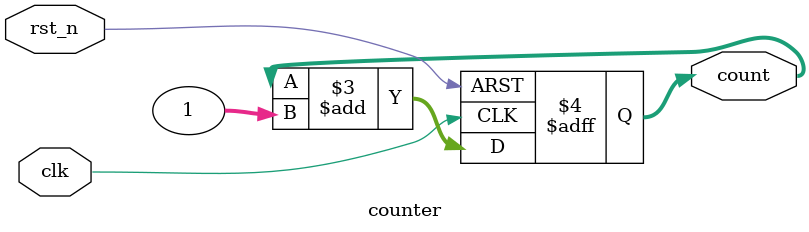
<source format=sv>
module counter (
    input  logic clk,
    input  logic rst_n,
    output logic [31:0] count
);

    always_ff @(posedge clk or negedge rst_n) begin
        if (!rst_n)
            count <= 4'd0;
        else
            count <= count + 1;
    end

endmodule

</source>
